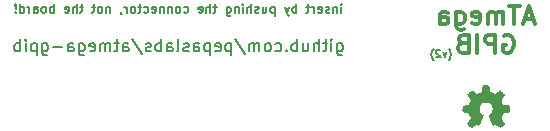
<source format=gbo>
G04 (created by PCBNEW (22-Jun-2014 BZR 4027)-stable) date Sat 02 Sep 2017 11:43:59 PM CDT*
%MOIN*%
G04 Gerber Fmt 3.4, Leading zero omitted, Abs format*
%FSLAX34Y34*%
G01*
G70*
G90*
G04 APERTURE LIST*
%ADD10C,0.00393701*%
%ADD11C,0.006*%
%ADD12C,0.008*%
%ADD13C,0.005*%
%ADD14C,0.012*%
%ADD15C,0.0001*%
G04 APERTURE END LIST*
G54D10*
G54D11*
X60428Y-32121D02*
X60428Y-31921D01*
X60428Y-31821D02*
X60442Y-31835D01*
X60428Y-31850D01*
X60414Y-31835D01*
X60428Y-31821D01*
X60428Y-31850D01*
X60285Y-31921D02*
X60285Y-32121D01*
X60285Y-31950D02*
X60271Y-31935D01*
X60242Y-31921D01*
X60200Y-31921D01*
X60171Y-31935D01*
X60157Y-31964D01*
X60157Y-32121D01*
X60028Y-32107D02*
X60000Y-32121D01*
X59942Y-32121D01*
X59914Y-32107D01*
X59900Y-32078D01*
X59900Y-32064D01*
X59914Y-32035D01*
X59942Y-32021D01*
X59985Y-32021D01*
X60014Y-32007D01*
X60028Y-31978D01*
X60028Y-31964D01*
X60014Y-31935D01*
X59985Y-31921D01*
X59942Y-31921D01*
X59914Y-31935D01*
X59657Y-32107D02*
X59685Y-32121D01*
X59742Y-32121D01*
X59771Y-32107D01*
X59785Y-32078D01*
X59785Y-31964D01*
X59771Y-31935D01*
X59742Y-31921D01*
X59685Y-31921D01*
X59657Y-31935D01*
X59642Y-31964D01*
X59642Y-31992D01*
X59785Y-32021D01*
X59514Y-32121D02*
X59514Y-31921D01*
X59514Y-31978D02*
X59500Y-31950D01*
X59485Y-31935D01*
X59457Y-31921D01*
X59428Y-31921D01*
X59371Y-31921D02*
X59257Y-31921D01*
X59328Y-31821D02*
X59328Y-32078D01*
X59314Y-32107D01*
X59285Y-32121D01*
X59257Y-32121D01*
X58928Y-32121D02*
X58928Y-31821D01*
X58928Y-31935D02*
X58900Y-31921D01*
X58842Y-31921D01*
X58814Y-31935D01*
X58800Y-31950D01*
X58785Y-31978D01*
X58785Y-32064D01*
X58800Y-32092D01*
X58814Y-32107D01*
X58842Y-32121D01*
X58900Y-32121D01*
X58928Y-32107D01*
X58685Y-31921D02*
X58614Y-32121D01*
X58542Y-31921D02*
X58614Y-32121D01*
X58642Y-32192D01*
X58657Y-32207D01*
X58685Y-32221D01*
X58200Y-31921D02*
X58200Y-32221D01*
X58200Y-31935D02*
X58171Y-31921D01*
X58114Y-31921D01*
X58085Y-31935D01*
X58071Y-31950D01*
X58057Y-31978D01*
X58057Y-32064D01*
X58071Y-32092D01*
X58085Y-32107D01*
X58114Y-32121D01*
X58171Y-32121D01*
X58200Y-32107D01*
X57800Y-31921D02*
X57800Y-32121D01*
X57928Y-31921D02*
X57928Y-32078D01*
X57914Y-32107D01*
X57885Y-32121D01*
X57842Y-32121D01*
X57814Y-32107D01*
X57800Y-32092D01*
X57671Y-32107D02*
X57642Y-32121D01*
X57585Y-32121D01*
X57557Y-32107D01*
X57542Y-32078D01*
X57542Y-32064D01*
X57557Y-32035D01*
X57585Y-32021D01*
X57628Y-32021D01*
X57657Y-32007D01*
X57671Y-31978D01*
X57671Y-31964D01*
X57657Y-31935D01*
X57628Y-31921D01*
X57585Y-31921D01*
X57557Y-31935D01*
X57414Y-32121D02*
X57414Y-31821D01*
X57285Y-32121D02*
X57285Y-31964D01*
X57300Y-31935D01*
X57328Y-31921D01*
X57371Y-31921D01*
X57400Y-31935D01*
X57414Y-31950D01*
X57142Y-32121D02*
X57142Y-31921D01*
X57142Y-31821D02*
X57157Y-31835D01*
X57142Y-31850D01*
X57128Y-31835D01*
X57142Y-31821D01*
X57142Y-31850D01*
X57000Y-31921D02*
X57000Y-32121D01*
X57000Y-31950D02*
X56985Y-31935D01*
X56957Y-31921D01*
X56914Y-31921D01*
X56885Y-31935D01*
X56871Y-31964D01*
X56871Y-32121D01*
X56600Y-31921D02*
X56600Y-32164D01*
X56614Y-32192D01*
X56628Y-32207D01*
X56657Y-32221D01*
X56700Y-32221D01*
X56728Y-32207D01*
X56600Y-32107D02*
X56628Y-32121D01*
X56685Y-32121D01*
X56714Y-32107D01*
X56728Y-32092D01*
X56742Y-32064D01*
X56742Y-31978D01*
X56728Y-31950D01*
X56714Y-31935D01*
X56685Y-31921D01*
X56628Y-31921D01*
X56600Y-31935D01*
X56271Y-31921D02*
X56157Y-31921D01*
X56228Y-31821D02*
X56228Y-32078D01*
X56214Y-32107D01*
X56185Y-32121D01*
X56157Y-32121D01*
X56057Y-32121D02*
X56057Y-31821D01*
X55928Y-32121D02*
X55928Y-31964D01*
X55942Y-31935D01*
X55971Y-31921D01*
X56014Y-31921D01*
X56042Y-31935D01*
X56057Y-31950D01*
X55671Y-32107D02*
X55700Y-32121D01*
X55757Y-32121D01*
X55785Y-32107D01*
X55800Y-32078D01*
X55800Y-31964D01*
X55785Y-31935D01*
X55757Y-31921D01*
X55700Y-31921D01*
X55671Y-31935D01*
X55657Y-31964D01*
X55657Y-31992D01*
X55800Y-32021D01*
X55171Y-32107D02*
X55200Y-32121D01*
X55257Y-32121D01*
X55285Y-32107D01*
X55300Y-32092D01*
X55314Y-32064D01*
X55314Y-31978D01*
X55300Y-31950D01*
X55285Y-31935D01*
X55257Y-31921D01*
X55200Y-31921D01*
X55171Y-31935D01*
X55000Y-32121D02*
X55028Y-32107D01*
X55042Y-32092D01*
X55057Y-32064D01*
X55057Y-31978D01*
X55042Y-31950D01*
X55028Y-31935D01*
X55000Y-31921D01*
X54957Y-31921D01*
X54928Y-31935D01*
X54914Y-31950D01*
X54900Y-31978D01*
X54900Y-32064D01*
X54914Y-32092D01*
X54928Y-32107D01*
X54957Y-32121D01*
X55000Y-32121D01*
X54771Y-31921D02*
X54771Y-32121D01*
X54771Y-31950D02*
X54757Y-31935D01*
X54728Y-31921D01*
X54685Y-31921D01*
X54657Y-31935D01*
X54642Y-31964D01*
X54642Y-32121D01*
X54500Y-31921D02*
X54500Y-32121D01*
X54500Y-31950D02*
X54485Y-31935D01*
X54457Y-31921D01*
X54414Y-31921D01*
X54385Y-31935D01*
X54371Y-31964D01*
X54371Y-32121D01*
X54114Y-32107D02*
X54142Y-32121D01*
X54200Y-32121D01*
X54228Y-32107D01*
X54242Y-32078D01*
X54242Y-31964D01*
X54228Y-31935D01*
X54200Y-31921D01*
X54142Y-31921D01*
X54114Y-31935D01*
X54100Y-31964D01*
X54100Y-31992D01*
X54242Y-32021D01*
X53842Y-32107D02*
X53871Y-32121D01*
X53928Y-32121D01*
X53957Y-32107D01*
X53971Y-32092D01*
X53985Y-32064D01*
X53985Y-31978D01*
X53971Y-31950D01*
X53957Y-31935D01*
X53928Y-31921D01*
X53871Y-31921D01*
X53842Y-31935D01*
X53757Y-31921D02*
X53642Y-31921D01*
X53714Y-31821D02*
X53714Y-32078D01*
X53700Y-32107D01*
X53671Y-32121D01*
X53642Y-32121D01*
X53499Y-32121D02*
X53528Y-32107D01*
X53542Y-32092D01*
X53557Y-32064D01*
X53557Y-31978D01*
X53542Y-31950D01*
X53528Y-31935D01*
X53499Y-31921D01*
X53457Y-31921D01*
X53428Y-31935D01*
X53414Y-31950D01*
X53399Y-31978D01*
X53399Y-32064D01*
X53414Y-32092D01*
X53428Y-32107D01*
X53457Y-32121D01*
X53499Y-32121D01*
X53271Y-32121D02*
X53271Y-31921D01*
X53271Y-31978D02*
X53257Y-31950D01*
X53242Y-31935D01*
X53214Y-31921D01*
X53185Y-31921D01*
X53071Y-32107D02*
X53071Y-32121D01*
X53085Y-32150D01*
X53099Y-32164D01*
X52714Y-31921D02*
X52714Y-32121D01*
X52714Y-31950D02*
X52700Y-31935D01*
X52671Y-31921D01*
X52628Y-31921D01*
X52600Y-31935D01*
X52585Y-31964D01*
X52585Y-32121D01*
X52399Y-32121D02*
X52428Y-32107D01*
X52442Y-32092D01*
X52457Y-32064D01*
X52457Y-31978D01*
X52442Y-31950D01*
X52428Y-31935D01*
X52399Y-31921D01*
X52357Y-31921D01*
X52328Y-31935D01*
X52314Y-31950D01*
X52299Y-31978D01*
X52299Y-32064D01*
X52314Y-32092D01*
X52328Y-32107D01*
X52357Y-32121D01*
X52399Y-32121D01*
X52214Y-31921D02*
X52099Y-31921D01*
X52171Y-31821D02*
X52171Y-32078D01*
X52157Y-32107D01*
X52128Y-32121D01*
X52099Y-32121D01*
X51814Y-31921D02*
X51699Y-31921D01*
X51771Y-31821D02*
X51771Y-32078D01*
X51757Y-32107D01*
X51728Y-32121D01*
X51699Y-32121D01*
X51599Y-32121D02*
X51599Y-31821D01*
X51471Y-32121D02*
X51471Y-31964D01*
X51485Y-31935D01*
X51514Y-31921D01*
X51557Y-31921D01*
X51585Y-31935D01*
X51599Y-31950D01*
X51214Y-32107D02*
X51242Y-32121D01*
X51299Y-32121D01*
X51328Y-32107D01*
X51342Y-32078D01*
X51342Y-31964D01*
X51328Y-31935D01*
X51299Y-31921D01*
X51242Y-31921D01*
X51214Y-31935D01*
X51199Y-31964D01*
X51199Y-31992D01*
X51342Y-32021D01*
X50842Y-32121D02*
X50842Y-31821D01*
X50842Y-31935D02*
X50814Y-31921D01*
X50757Y-31921D01*
X50728Y-31935D01*
X50714Y-31950D01*
X50699Y-31978D01*
X50699Y-32064D01*
X50714Y-32092D01*
X50728Y-32107D01*
X50757Y-32121D01*
X50814Y-32121D01*
X50842Y-32107D01*
X50528Y-32121D02*
X50557Y-32107D01*
X50571Y-32092D01*
X50585Y-32064D01*
X50585Y-31978D01*
X50571Y-31950D01*
X50557Y-31935D01*
X50528Y-31921D01*
X50485Y-31921D01*
X50457Y-31935D01*
X50442Y-31950D01*
X50428Y-31978D01*
X50428Y-32064D01*
X50442Y-32092D01*
X50457Y-32107D01*
X50485Y-32121D01*
X50528Y-32121D01*
X50171Y-32121D02*
X50171Y-31964D01*
X50185Y-31935D01*
X50214Y-31921D01*
X50271Y-31921D01*
X50299Y-31935D01*
X50171Y-32107D02*
X50199Y-32121D01*
X50271Y-32121D01*
X50299Y-32107D01*
X50314Y-32078D01*
X50314Y-32050D01*
X50299Y-32021D01*
X50271Y-32007D01*
X50199Y-32007D01*
X50171Y-31992D01*
X50028Y-32121D02*
X50028Y-31921D01*
X50028Y-31978D02*
X50014Y-31950D01*
X49999Y-31935D01*
X49971Y-31921D01*
X49942Y-31921D01*
X49714Y-32121D02*
X49714Y-31821D01*
X49714Y-32107D02*
X49742Y-32121D01*
X49799Y-32121D01*
X49828Y-32107D01*
X49842Y-32092D01*
X49857Y-32064D01*
X49857Y-31978D01*
X49842Y-31950D01*
X49828Y-31935D01*
X49799Y-31921D01*
X49742Y-31921D01*
X49714Y-31935D01*
X49571Y-32092D02*
X49557Y-32107D01*
X49571Y-32121D01*
X49585Y-32107D01*
X49571Y-32092D01*
X49571Y-32121D01*
X49571Y-32007D02*
X49585Y-31835D01*
X49571Y-31821D01*
X49557Y-31835D01*
X49571Y-32007D01*
X49571Y-31821D01*
G54D12*
X60285Y-33145D02*
X60285Y-33469D01*
X60304Y-33507D01*
X60323Y-33526D01*
X60361Y-33545D01*
X60419Y-33545D01*
X60457Y-33526D01*
X60285Y-33392D02*
X60323Y-33411D01*
X60399Y-33411D01*
X60438Y-33392D01*
X60457Y-33373D01*
X60476Y-33335D01*
X60476Y-33221D01*
X60457Y-33183D01*
X60438Y-33164D01*
X60399Y-33145D01*
X60323Y-33145D01*
X60285Y-33164D01*
X60095Y-33411D02*
X60095Y-33145D01*
X60095Y-33011D02*
X60114Y-33030D01*
X60095Y-33050D01*
X60076Y-33030D01*
X60095Y-33011D01*
X60095Y-33050D01*
X59961Y-33145D02*
X59809Y-33145D01*
X59904Y-33011D02*
X59904Y-33354D01*
X59885Y-33392D01*
X59847Y-33411D01*
X59809Y-33411D01*
X59676Y-33411D02*
X59676Y-33011D01*
X59504Y-33411D02*
X59504Y-33202D01*
X59523Y-33164D01*
X59561Y-33145D01*
X59619Y-33145D01*
X59657Y-33164D01*
X59676Y-33183D01*
X59142Y-33145D02*
X59142Y-33411D01*
X59314Y-33145D02*
X59314Y-33354D01*
X59295Y-33392D01*
X59257Y-33411D01*
X59200Y-33411D01*
X59161Y-33392D01*
X59142Y-33373D01*
X58952Y-33411D02*
X58952Y-33011D01*
X58952Y-33164D02*
X58914Y-33145D01*
X58838Y-33145D01*
X58800Y-33164D01*
X58780Y-33183D01*
X58761Y-33221D01*
X58761Y-33335D01*
X58780Y-33373D01*
X58800Y-33392D01*
X58838Y-33411D01*
X58914Y-33411D01*
X58952Y-33392D01*
X58590Y-33373D02*
X58571Y-33392D01*
X58590Y-33411D01*
X58609Y-33392D01*
X58590Y-33373D01*
X58590Y-33411D01*
X58228Y-33392D02*
X58266Y-33411D01*
X58342Y-33411D01*
X58380Y-33392D01*
X58399Y-33373D01*
X58419Y-33335D01*
X58419Y-33221D01*
X58399Y-33183D01*
X58380Y-33164D01*
X58342Y-33145D01*
X58266Y-33145D01*
X58228Y-33164D01*
X57999Y-33411D02*
X58038Y-33392D01*
X58057Y-33373D01*
X58076Y-33335D01*
X58076Y-33221D01*
X58057Y-33183D01*
X58038Y-33164D01*
X57999Y-33145D01*
X57942Y-33145D01*
X57904Y-33164D01*
X57885Y-33183D01*
X57866Y-33221D01*
X57866Y-33335D01*
X57885Y-33373D01*
X57904Y-33392D01*
X57942Y-33411D01*
X57999Y-33411D01*
X57695Y-33411D02*
X57695Y-33145D01*
X57695Y-33183D02*
X57676Y-33164D01*
X57638Y-33145D01*
X57580Y-33145D01*
X57542Y-33164D01*
X57523Y-33202D01*
X57523Y-33411D01*
X57523Y-33202D02*
X57504Y-33164D01*
X57466Y-33145D01*
X57409Y-33145D01*
X57371Y-33164D01*
X57352Y-33202D01*
X57352Y-33411D01*
X56876Y-32992D02*
X57219Y-33507D01*
X56742Y-33145D02*
X56742Y-33545D01*
X56742Y-33164D02*
X56704Y-33145D01*
X56628Y-33145D01*
X56590Y-33164D01*
X56571Y-33183D01*
X56552Y-33221D01*
X56552Y-33335D01*
X56571Y-33373D01*
X56590Y-33392D01*
X56628Y-33411D01*
X56704Y-33411D01*
X56742Y-33392D01*
X56228Y-33392D02*
X56266Y-33411D01*
X56342Y-33411D01*
X56380Y-33392D01*
X56399Y-33354D01*
X56399Y-33202D01*
X56380Y-33164D01*
X56342Y-33145D01*
X56266Y-33145D01*
X56228Y-33164D01*
X56209Y-33202D01*
X56209Y-33240D01*
X56399Y-33278D01*
X56038Y-33145D02*
X56038Y-33545D01*
X56038Y-33164D02*
X55999Y-33145D01*
X55923Y-33145D01*
X55885Y-33164D01*
X55866Y-33183D01*
X55847Y-33221D01*
X55847Y-33335D01*
X55866Y-33373D01*
X55885Y-33392D01*
X55923Y-33411D01*
X55999Y-33411D01*
X56038Y-33392D01*
X55504Y-33411D02*
X55504Y-33202D01*
X55523Y-33164D01*
X55561Y-33145D01*
X55638Y-33145D01*
X55676Y-33164D01*
X55504Y-33392D02*
X55542Y-33411D01*
X55638Y-33411D01*
X55676Y-33392D01*
X55695Y-33354D01*
X55695Y-33316D01*
X55676Y-33278D01*
X55638Y-33259D01*
X55542Y-33259D01*
X55504Y-33240D01*
X55333Y-33392D02*
X55295Y-33411D01*
X55219Y-33411D01*
X55180Y-33392D01*
X55161Y-33354D01*
X55161Y-33335D01*
X55180Y-33297D01*
X55219Y-33278D01*
X55276Y-33278D01*
X55314Y-33259D01*
X55333Y-33221D01*
X55333Y-33202D01*
X55314Y-33164D01*
X55276Y-33145D01*
X55219Y-33145D01*
X55180Y-33164D01*
X54933Y-33411D02*
X54971Y-33392D01*
X54990Y-33354D01*
X54990Y-33011D01*
X54609Y-33411D02*
X54609Y-33202D01*
X54628Y-33164D01*
X54666Y-33145D01*
X54742Y-33145D01*
X54780Y-33164D01*
X54609Y-33392D02*
X54647Y-33411D01*
X54742Y-33411D01*
X54780Y-33392D01*
X54800Y-33354D01*
X54800Y-33316D01*
X54780Y-33278D01*
X54742Y-33259D01*
X54647Y-33259D01*
X54609Y-33240D01*
X54419Y-33411D02*
X54419Y-33011D01*
X54419Y-33164D02*
X54380Y-33145D01*
X54304Y-33145D01*
X54266Y-33164D01*
X54247Y-33183D01*
X54228Y-33221D01*
X54228Y-33335D01*
X54247Y-33373D01*
X54266Y-33392D01*
X54304Y-33411D01*
X54380Y-33411D01*
X54419Y-33392D01*
X54076Y-33392D02*
X54038Y-33411D01*
X53961Y-33411D01*
X53923Y-33392D01*
X53904Y-33354D01*
X53904Y-33335D01*
X53923Y-33297D01*
X53961Y-33278D01*
X54019Y-33278D01*
X54057Y-33259D01*
X54076Y-33221D01*
X54076Y-33202D01*
X54057Y-33164D01*
X54019Y-33145D01*
X53961Y-33145D01*
X53923Y-33164D01*
X53447Y-32992D02*
X53790Y-33507D01*
X53142Y-33411D02*
X53142Y-33202D01*
X53161Y-33164D01*
X53200Y-33145D01*
X53276Y-33145D01*
X53314Y-33164D01*
X53142Y-33392D02*
X53180Y-33411D01*
X53276Y-33411D01*
X53314Y-33392D01*
X53333Y-33354D01*
X53333Y-33316D01*
X53314Y-33278D01*
X53276Y-33259D01*
X53180Y-33259D01*
X53142Y-33240D01*
X53009Y-33145D02*
X52857Y-33145D01*
X52952Y-33011D02*
X52952Y-33354D01*
X52933Y-33392D01*
X52895Y-33411D01*
X52857Y-33411D01*
X52723Y-33411D02*
X52723Y-33145D01*
X52723Y-33183D02*
X52704Y-33164D01*
X52666Y-33145D01*
X52609Y-33145D01*
X52571Y-33164D01*
X52552Y-33202D01*
X52552Y-33411D01*
X52552Y-33202D02*
X52533Y-33164D01*
X52495Y-33145D01*
X52438Y-33145D01*
X52400Y-33164D01*
X52380Y-33202D01*
X52380Y-33411D01*
X52038Y-33392D02*
X52076Y-33411D01*
X52152Y-33411D01*
X52190Y-33392D01*
X52209Y-33354D01*
X52209Y-33202D01*
X52190Y-33164D01*
X52152Y-33145D01*
X52076Y-33145D01*
X52038Y-33164D01*
X52019Y-33202D01*
X52019Y-33240D01*
X52209Y-33278D01*
X51676Y-33145D02*
X51676Y-33469D01*
X51695Y-33507D01*
X51714Y-33526D01*
X51752Y-33545D01*
X51809Y-33545D01*
X51847Y-33526D01*
X51676Y-33392D02*
X51714Y-33411D01*
X51790Y-33411D01*
X51828Y-33392D01*
X51847Y-33373D01*
X51866Y-33335D01*
X51866Y-33221D01*
X51847Y-33183D01*
X51828Y-33164D01*
X51790Y-33145D01*
X51714Y-33145D01*
X51676Y-33164D01*
X51314Y-33411D02*
X51314Y-33202D01*
X51333Y-33164D01*
X51371Y-33145D01*
X51447Y-33145D01*
X51485Y-33164D01*
X51314Y-33392D02*
X51352Y-33411D01*
X51447Y-33411D01*
X51485Y-33392D01*
X51504Y-33354D01*
X51504Y-33316D01*
X51485Y-33278D01*
X51447Y-33259D01*
X51352Y-33259D01*
X51314Y-33240D01*
X51123Y-33259D02*
X50819Y-33259D01*
X50457Y-33145D02*
X50457Y-33469D01*
X50476Y-33507D01*
X50495Y-33526D01*
X50533Y-33545D01*
X50590Y-33545D01*
X50628Y-33526D01*
X50457Y-33392D02*
X50495Y-33411D01*
X50571Y-33411D01*
X50609Y-33392D01*
X50628Y-33373D01*
X50647Y-33335D01*
X50647Y-33221D01*
X50628Y-33183D01*
X50609Y-33164D01*
X50571Y-33145D01*
X50495Y-33145D01*
X50457Y-33164D01*
X50266Y-33145D02*
X50266Y-33545D01*
X50266Y-33164D02*
X50228Y-33145D01*
X50152Y-33145D01*
X50114Y-33164D01*
X50095Y-33183D01*
X50076Y-33221D01*
X50076Y-33335D01*
X50095Y-33373D01*
X50114Y-33392D01*
X50152Y-33411D01*
X50228Y-33411D01*
X50266Y-33392D01*
X49904Y-33411D02*
X49904Y-33145D01*
X49904Y-33011D02*
X49923Y-33030D01*
X49904Y-33050D01*
X49885Y-33030D01*
X49904Y-33011D01*
X49904Y-33050D01*
X49714Y-33411D02*
X49714Y-33011D01*
X49714Y-33164D02*
X49676Y-33145D01*
X49600Y-33145D01*
X49561Y-33164D01*
X49542Y-33183D01*
X49523Y-33221D01*
X49523Y-33335D01*
X49542Y-33373D01*
X49561Y-33392D01*
X49600Y-33411D01*
X49676Y-33411D01*
X49714Y-33392D01*
G54D13*
X64000Y-33696D02*
X64011Y-33684D01*
X64035Y-33648D01*
X64047Y-33625D01*
X64059Y-33589D01*
X64071Y-33529D01*
X64071Y-33482D01*
X64059Y-33422D01*
X64047Y-33386D01*
X64035Y-33363D01*
X64011Y-33327D01*
X64000Y-33315D01*
X63928Y-33434D02*
X63869Y-33601D01*
X63809Y-33434D01*
X63726Y-33375D02*
X63714Y-33363D01*
X63690Y-33351D01*
X63630Y-33351D01*
X63607Y-33363D01*
X63595Y-33375D01*
X63583Y-33398D01*
X63583Y-33422D01*
X63595Y-33458D01*
X63738Y-33601D01*
X63583Y-33601D01*
X63500Y-33696D02*
X63488Y-33684D01*
X63464Y-33648D01*
X63452Y-33625D01*
X63440Y-33589D01*
X63428Y-33529D01*
X63428Y-33482D01*
X63440Y-33422D01*
X63452Y-33386D01*
X63464Y-33363D01*
X63488Y-33327D01*
X63500Y-33315D01*
G54D14*
X66821Y-32321D02*
X66535Y-32321D01*
X66878Y-32492D02*
X66678Y-31892D01*
X66478Y-32492D01*
X66364Y-31892D02*
X66021Y-31892D01*
X66192Y-32492D02*
X66192Y-31892D01*
X65821Y-32492D02*
X65821Y-32092D01*
X65821Y-32150D02*
X65792Y-32121D01*
X65735Y-32092D01*
X65649Y-32092D01*
X65592Y-32121D01*
X65564Y-32178D01*
X65564Y-32492D01*
X65564Y-32178D02*
X65535Y-32121D01*
X65478Y-32092D01*
X65392Y-32092D01*
X65335Y-32121D01*
X65307Y-32178D01*
X65307Y-32492D01*
X64792Y-32464D02*
X64849Y-32492D01*
X64964Y-32492D01*
X65021Y-32464D01*
X65049Y-32407D01*
X65049Y-32178D01*
X65021Y-32121D01*
X64964Y-32092D01*
X64849Y-32092D01*
X64792Y-32121D01*
X64764Y-32178D01*
X64764Y-32235D01*
X65049Y-32292D01*
X64249Y-32092D02*
X64249Y-32578D01*
X64278Y-32635D01*
X64307Y-32664D01*
X64364Y-32692D01*
X64449Y-32692D01*
X64507Y-32664D01*
X64249Y-32464D02*
X64307Y-32492D01*
X64421Y-32492D01*
X64478Y-32464D01*
X64507Y-32435D01*
X64535Y-32378D01*
X64535Y-32207D01*
X64507Y-32150D01*
X64478Y-32121D01*
X64421Y-32092D01*
X64307Y-32092D01*
X64249Y-32121D01*
X63707Y-32492D02*
X63707Y-32178D01*
X63735Y-32121D01*
X63792Y-32092D01*
X63907Y-32092D01*
X63964Y-32121D01*
X63707Y-32464D02*
X63764Y-32492D01*
X63907Y-32492D01*
X63964Y-32464D01*
X63992Y-32407D01*
X63992Y-32350D01*
X63964Y-32292D01*
X63907Y-32264D01*
X63764Y-32264D01*
X63707Y-32235D01*
X65835Y-32881D02*
X65892Y-32852D01*
X65978Y-32852D01*
X66064Y-32881D01*
X66121Y-32938D01*
X66150Y-32995D01*
X66178Y-33110D01*
X66178Y-33195D01*
X66150Y-33310D01*
X66121Y-33367D01*
X66064Y-33424D01*
X65978Y-33452D01*
X65921Y-33452D01*
X65835Y-33424D01*
X65807Y-33395D01*
X65807Y-33195D01*
X65921Y-33195D01*
X65550Y-33452D02*
X65550Y-32852D01*
X65321Y-32852D01*
X65264Y-32881D01*
X65235Y-32910D01*
X65207Y-32967D01*
X65207Y-33052D01*
X65235Y-33110D01*
X65264Y-33138D01*
X65321Y-33167D01*
X65550Y-33167D01*
X64950Y-33452D02*
X64950Y-32852D01*
X64464Y-33138D02*
X64378Y-33167D01*
X64350Y-33195D01*
X64321Y-33252D01*
X64321Y-33338D01*
X64350Y-33395D01*
X64378Y-33424D01*
X64435Y-33452D01*
X64664Y-33452D01*
X64664Y-32852D01*
X64464Y-32852D01*
X64407Y-32881D01*
X64378Y-32910D01*
X64350Y-32967D01*
X64350Y-33024D01*
X64378Y-33081D01*
X64407Y-33110D01*
X64464Y-33138D01*
X64664Y-33138D01*
G54D15*
G36*
X65727Y-35957D02*
X65719Y-35953D01*
X65700Y-35941D01*
X65674Y-35924D01*
X65643Y-35903D01*
X65612Y-35882D01*
X65586Y-35865D01*
X65568Y-35853D01*
X65561Y-35849D01*
X65557Y-35850D01*
X65542Y-35858D01*
X65520Y-35869D01*
X65508Y-35875D01*
X65488Y-35884D01*
X65478Y-35886D01*
X65477Y-35883D01*
X65469Y-35868D01*
X65458Y-35842D01*
X65443Y-35808D01*
X65426Y-35768D01*
X65408Y-35725D01*
X65390Y-35681D01*
X65372Y-35639D01*
X65357Y-35601D01*
X65344Y-35571D01*
X65336Y-35549D01*
X65333Y-35540D01*
X65334Y-35538D01*
X65344Y-35529D01*
X65361Y-35516D01*
X65399Y-35485D01*
X65435Y-35439D01*
X65458Y-35387D01*
X65465Y-35329D01*
X65459Y-35276D01*
X65438Y-35225D01*
X65402Y-35178D01*
X65358Y-35144D01*
X65307Y-35122D01*
X65250Y-35115D01*
X65195Y-35121D01*
X65143Y-35142D01*
X65096Y-35177D01*
X65077Y-35200D01*
X65050Y-35247D01*
X65034Y-35297D01*
X65033Y-35309D01*
X65035Y-35365D01*
X65051Y-35418D01*
X65080Y-35465D01*
X65121Y-35504D01*
X65126Y-35508D01*
X65145Y-35522D01*
X65157Y-35531D01*
X65167Y-35539D01*
X65097Y-35709D01*
X65086Y-35736D01*
X65066Y-35782D01*
X65049Y-35822D01*
X65036Y-35854D01*
X65026Y-35875D01*
X65022Y-35884D01*
X65022Y-35884D01*
X65016Y-35885D01*
X65003Y-35880D01*
X64979Y-35869D01*
X64963Y-35861D01*
X64945Y-35852D01*
X64937Y-35849D01*
X64930Y-35853D01*
X64913Y-35864D01*
X64888Y-35881D01*
X64858Y-35901D01*
X64829Y-35921D01*
X64802Y-35939D01*
X64783Y-35951D01*
X64773Y-35956D01*
X64772Y-35956D01*
X64764Y-35951D01*
X64748Y-35939D01*
X64725Y-35917D01*
X64693Y-35885D01*
X64688Y-35880D01*
X64661Y-35852D01*
X64639Y-35829D01*
X64624Y-35813D01*
X64619Y-35806D01*
X64619Y-35806D01*
X64624Y-35796D01*
X64636Y-35777D01*
X64654Y-35750D01*
X64675Y-35719D01*
X64731Y-35637D01*
X64700Y-35560D01*
X64691Y-35537D01*
X64679Y-35508D01*
X64670Y-35488D01*
X64665Y-35479D01*
X64657Y-35476D01*
X64636Y-35471D01*
X64605Y-35464D01*
X64569Y-35458D01*
X64534Y-35451D01*
X64503Y-35445D01*
X64480Y-35441D01*
X64470Y-35439D01*
X64468Y-35437D01*
X64466Y-35432D01*
X64464Y-35422D01*
X64464Y-35403D01*
X64463Y-35373D01*
X64463Y-35329D01*
X64463Y-35325D01*
X64464Y-35283D01*
X64464Y-35250D01*
X64465Y-35229D01*
X64467Y-35221D01*
X64467Y-35221D01*
X64477Y-35218D01*
X64499Y-35214D01*
X64530Y-35207D01*
X64568Y-35200D01*
X64570Y-35200D01*
X64607Y-35193D01*
X64638Y-35186D01*
X64660Y-35181D01*
X64669Y-35178D01*
X64671Y-35176D01*
X64679Y-35161D01*
X64690Y-35138D01*
X64702Y-35110D01*
X64714Y-35081D01*
X64725Y-35054D01*
X64732Y-35035D01*
X64734Y-35026D01*
X64734Y-35026D01*
X64728Y-35017D01*
X64715Y-34997D01*
X64697Y-34971D01*
X64675Y-34939D01*
X64674Y-34936D01*
X64652Y-34905D01*
X64635Y-34878D01*
X64623Y-34859D01*
X64619Y-34851D01*
X64619Y-34850D01*
X64626Y-34841D01*
X64642Y-34823D01*
X64665Y-34799D01*
X64693Y-34771D01*
X64702Y-34763D01*
X64732Y-34733D01*
X64753Y-34713D01*
X64767Y-34703D01*
X64773Y-34700D01*
X64773Y-34701D01*
X64783Y-34706D01*
X64803Y-34719D01*
X64830Y-34738D01*
X64862Y-34759D01*
X64864Y-34761D01*
X64895Y-34782D01*
X64921Y-34800D01*
X64940Y-34812D01*
X64948Y-34817D01*
X64950Y-34817D01*
X64962Y-34813D01*
X64985Y-34806D01*
X65012Y-34795D01*
X65041Y-34783D01*
X65068Y-34772D01*
X65088Y-34763D01*
X65097Y-34758D01*
X65097Y-34757D01*
X65101Y-34746D01*
X65106Y-34722D01*
X65113Y-34690D01*
X65120Y-34651D01*
X65121Y-34645D01*
X65128Y-34608D01*
X65134Y-34577D01*
X65139Y-34555D01*
X65141Y-34546D01*
X65146Y-34545D01*
X65165Y-34544D01*
X65193Y-34543D01*
X65227Y-34543D01*
X65262Y-34543D01*
X65296Y-34544D01*
X65326Y-34545D01*
X65347Y-34546D01*
X65356Y-34548D01*
X65357Y-34549D01*
X65360Y-34560D01*
X65365Y-34584D01*
X65372Y-34616D01*
X65379Y-34655D01*
X65380Y-34662D01*
X65387Y-34699D01*
X65394Y-34730D01*
X65398Y-34751D01*
X65401Y-34759D01*
X65404Y-34761D01*
X65419Y-34768D01*
X65444Y-34778D01*
X65476Y-34791D01*
X65548Y-34820D01*
X65636Y-34759D01*
X65644Y-34754D01*
X65676Y-34732D01*
X65702Y-34715D01*
X65720Y-34703D01*
X65728Y-34699D01*
X65728Y-34699D01*
X65737Y-34707D01*
X65755Y-34723D01*
X65779Y-34747D01*
X65806Y-34774D01*
X65827Y-34795D01*
X65851Y-34820D01*
X65867Y-34836D01*
X65875Y-34847D01*
X65878Y-34854D01*
X65877Y-34858D01*
X65872Y-34867D01*
X65859Y-34886D01*
X65841Y-34913D01*
X65819Y-34944D01*
X65801Y-34971D01*
X65782Y-35000D01*
X65770Y-35021D01*
X65765Y-35032D01*
X65766Y-35036D01*
X65773Y-35053D01*
X65783Y-35080D01*
X65796Y-35111D01*
X65827Y-35181D01*
X65873Y-35189D01*
X65901Y-35195D01*
X65940Y-35202D01*
X65977Y-35209D01*
X66035Y-35221D01*
X66037Y-35433D01*
X66028Y-35437D01*
X66019Y-35440D01*
X65998Y-35444D01*
X65967Y-35450D01*
X65931Y-35457D01*
X65900Y-35463D01*
X65869Y-35469D01*
X65847Y-35473D01*
X65837Y-35475D01*
X65834Y-35479D01*
X65826Y-35494D01*
X65815Y-35518D01*
X65803Y-35547D01*
X65791Y-35576D01*
X65780Y-35604D01*
X65772Y-35625D01*
X65769Y-35636D01*
X65773Y-35644D01*
X65785Y-35662D01*
X65802Y-35688D01*
X65823Y-35719D01*
X65845Y-35750D01*
X65862Y-35777D01*
X65875Y-35796D01*
X65880Y-35804D01*
X65877Y-35810D01*
X65865Y-35825D01*
X65842Y-35849D01*
X65807Y-35884D01*
X65801Y-35889D01*
X65774Y-35916D01*
X65750Y-35937D01*
X65734Y-35952D01*
X65727Y-35957D01*
X65727Y-35957D01*
G37*
M02*

</source>
